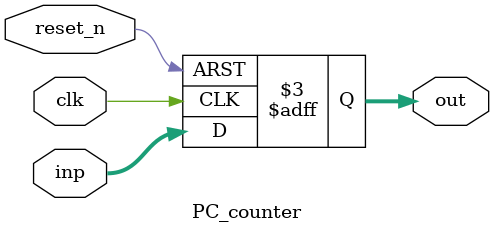
<source format=v>
module PC_counter(
    input  clk,
    input  reset_n,
    input  [31:0] inp,
    output reg [31:0] out
    );       
always @(posedge clk, negedge reset_n)
begin 
 if (!reset_n)
     out <= 32'd0;
else
     out <= inp;
end
endmodule

</source>
